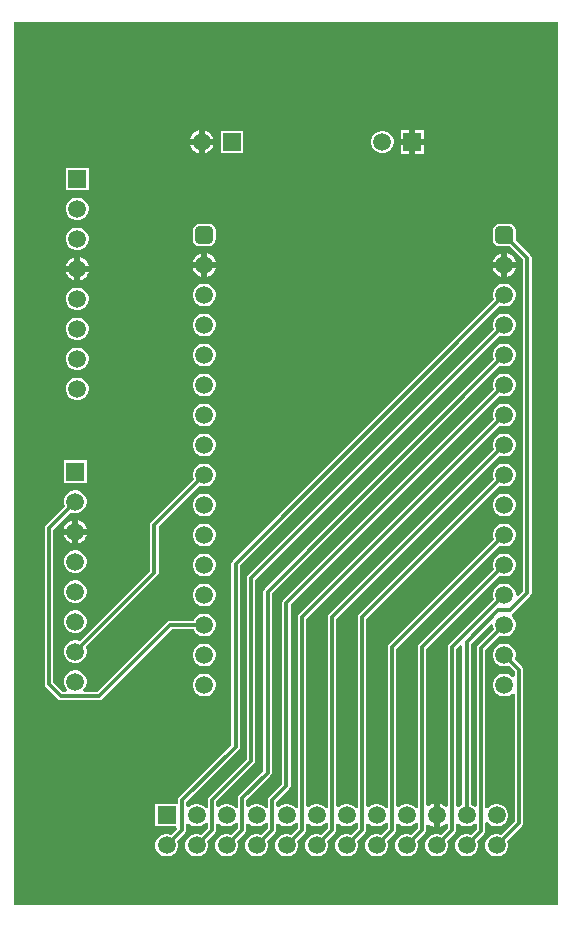
<source format=gbl>
G04*
G04 #@! TF.GenerationSoftware,Altium Limited,Altium Designer,24.5.2 (23)*
G04*
G04 Layer_Physical_Order=2*
G04 Layer_Color=16711680*
%FSLAX25Y25*%
%MOIN*%
G70*
G04*
G04 #@! TF.SameCoordinates,283EEC4D-0936-4861-99EB-E05453D0A95E*
G04*
G04*
G04 #@! TF.FilePolarity,Positive*
G04*
G01*
G75*
%ADD19C,0.01181*%
%ADD20C,0.05906*%
%ADD21R,0.05906X0.05906*%
%ADD22R,0.05906X0.05906*%
%ADD23C,0.05984*%
G04:AMPARAMS|DCode=24|XSize=59.84mil|YSize=59.84mil|CornerRadius=14.96mil|HoleSize=0mil|Usage=FLASHONLY|Rotation=270.000|XOffset=0mil|YOffset=0mil|HoleType=Round|Shape=RoundedRectangle|*
%AMROUNDEDRECTD24*
21,1,0.05984,0.02992,0,0,270.0*
21,1,0.02992,0.05984,0,0,270.0*
1,1,0.02992,-0.01496,-0.01496*
1,1,0.02992,-0.01496,0.01496*
1,1,0.02992,0.01496,0.01496*
1,1,0.02992,0.01496,-0.01496*
%
%ADD24ROUNDEDRECTD24*%
%ADD25C,0.21800*%
G36*
X182268Y803D02*
X803D01*
Y295260D01*
X182268D01*
Y803D01*
D02*
G37*
%LPC*%
G36*
X64504Y258942D02*
Y256118D01*
X67328D01*
X67187Y256644D01*
X66667Y257545D01*
X65931Y258281D01*
X65030Y258802D01*
X64504Y258942D01*
D02*
G37*
G36*
X137693Y259071D02*
X134740D01*
Y256118D01*
X137693D01*
Y259071D01*
D02*
G37*
G36*
X62504Y258942D02*
X61978Y258802D01*
X61077Y258281D01*
X60341Y257545D01*
X59820Y256644D01*
X59680Y256118D01*
X62504D01*
Y258942D01*
D02*
G37*
G36*
X132740Y259071D02*
X129787D01*
Y256118D01*
X132740D01*
Y259071D01*
D02*
G37*
G36*
X124233Y258858D02*
X123248D01*
X122297Y258603D01*
X121444Y258111D01*
X120747Y257415D01*
X120255Y256562D01*
X120000Y255610D01*
Y254626D01*
X120255Y253675D01*
X120747Y252822D01*
X121444Y252125D01*
X122297Y251633D01*
X123248Y251378D01*
X124233D01*
X125184Y251633D01*
X126037Y252125D01*
X126733Y252822D01*
X127225Y253675D01*
X127480Y254626D01*
Y255610D01*
X127225Y256562D01*
X126733Y257415D01*
X126037Y258111D01*
X125184Y258603D01*
X124233Y258858D01*
D02*
G37*
G36*
X77244D02*
X69764D01*
Y251378D01*
X77244D01*
Y258858D01*
D02*
G37*
G36*
X67328Y254118D02*
X64504D01*
Y251294D01*
X65030Y251435D01*
X65931Y251955D01*
X66667Y252691D01*
X67187Y253592D01*
X67328Y254118D01*
D02*
G37*
G36*
X62504D02*
X59680D01*
X59820Y253592D01*
X60341Y252691D01*
X61077Y251955D01*
X61978Y251435D01*
X62504Y251294D01*
Y254118D01*
D02*
G37*
G36*
X137693D02*
X134740D01*
Y251165D01*
X137693D01*
Y254118D01*
D02*
G37*
G36*
X132740D02*
X129787D01*
Y251165D01*
X132740D01*
Y254118D01*
D02*
G37*
G36*
X25787Y246575D02*
X18307D01*
Y239094D01*
X25787D01*
Y246575D01*
D02*
G37*
G36*
X22540Y236575D02*
X21555D01*
X20604Y236320D01*
X19751Y235827D01*
X19054Y235131D01*
X18562Y234278D01*
X18307Y233327D01*
Y232342D01*
X18562Y231391D01*
X19054Y230538D01*
X19751Y229842D01*
X20604Y229349D01*
X21555Y229095D01*
X22540D01*
X23491Y229349D01*
X24344Y229842D01*
X25040Y230538D01*
X25532Y231391D01*
X25787Y232342D01*
Y233327D01*
X25532Y234278D01*
X25040Y235131D01*
X24344Y235827D01*
X23491Y236320D01*
X22540Y236575D01*
D02*
G37*
G36*
X65861Y227939D02*
X62869D01*
X61978Y227762D01*
X61222Y227257D01*
X60718Y226502D01*
X60540Y225611D01*
Y222619D01*
X60718Y221728D01*
X61222Y220972D01*
X61978Y220468D01*
X62869Y220291D01*
X65861D01*
X66752Y220468D01*
X67507Y220972D01*
X68012Y221728D01*
X68189Y222619D01*
Y225611D01*
X68012Y226502D01*
X67507Y227257D01*
X66752Y227762D01*
X65861Y227939D01*
D02*
G37*
G36*
X22540Y226575D02*
X21555D01*
X20604Y226320D01*
X19751Y225828D01*
X19054Y225131D01*
X18562Y224278D01*
X18307Y223327D01*
Y222342D01*
X18562Y221391D01*
X19054Y220538D01*
X19751Y219842D01*
X20604Y219349D01*
X21555Y219094D01*
X22540D01*
X23491Y219349D01*
X24344Y219842D01*
X25040Y220538D01*
X25532Y221391D01*
X25787Y222342D01*
Y223327D01*
X25532Y224278D01*
X25040Y225131D01*
X24344Y225828D01*
X23491Y226320D01*
X22540Y226575D01*
D02*
G37*
G36*
X165365Y217980D02*
Y215115D01*
X168230D01*
X168085Y215656D01*
X167559Y216566D01*
X166816Y217309D01*
X165906Y217835D01*
X165365Y217980D01*
D02*
G37*
G36*
X65365D02*
Y215115D01*
X68230D01*
X68085Y215656D01*
X67559Y216566D01*
X66816Y217309D01*
X65906Y217835D01*
X65365Y217980D01*
D02*
G37*
G36*
X163365D02*
X162824Y217835D01*
X161914Y217309D01*
X161170Y216566D01*
X160645Y215656D01*
X160500Y215115D01*
X163365D01*
Y217980D01*
D02*
G37*
G36*
X63365D02*
X62824Y217835D01*
X61914Y217309D01*
X61170Y216566D01*
X60645Y215656D01*
X60500Y215115D01*
X63365D01*
Y217980D01*
D02*
G37*
G36*
X23047Y216659D02*
Y213835D01*
X25872D01*
X25731Y214360D01*
X25210Y215262D01*
X24474Y215998D01*
X23573Y216518D01*
X23047Y216659D01*
D02*
G37*
G36*
X21047D02*
X20522Y216518D01*
X19620Y215998D01*
X18884Y215262D01*
X18364Y214360D01*
X18223Y213835D01*
X21047D01*
Y216659D01*
D02*
G37*
G36*
X168230Y213115D02*
X165365D01*
Y210250D01*
X165906Y210395D01*
X166816Y210920D01*
X167559Y211664D01*
X168085Y212574D01*
X168230Y213115D01*
D02*
G37*
G36*
X68230D02*
X65365D01*
Y210250D01*
X65906Y210395D01*
X66816Y210920D01*
X67559Y211664D01*
X68085Y212574D01*
X68230Y213115D01*
D02*
G37*
G36*
X163365D02*
X160500D01*
X160645Y212574D01*
X161170Y211664D01*
X161914Y210920D01*
X162824Y210395D01*
X163365Y210250D01*
Y213115D01*
D02*
G37*
G36*
X63365D02*
X60500D01*
X60645Y212574D01*
X61170Y211664D01*
X61914Y210920D01*
X62824Y210395D01*
X63365Y210250D01*
Y213115D01*
D02*
G37*
G36*
X25872Y211835D02*
X23047D01*
Y209010D01*
X23573Y209151D01*
X24474Y209672D01*
X25210Y210408D01*
X25731Y211309D01*
X25872Y211835D01*
D02*
G37*
G36*
X21047D02*
X18223D01*
X18364Y211309D01*
X18884Y210408D01*
X19620Y209672D01*
X20522Y209151D01*
X21047Y209010D01*
Y211835D01*
D02*
G37*
G36*
X164862Y207894D02*
X163867D01*
X162906Y207637D01*
X162044Y207139D01*
X161340Y206435D01*
X160843Y205574D01*
X160585Y204612D01*
Y203617D01*
X160843Y202656D01*
X160871Y202608D01*
X73810Y115547D01*
X73505Y115091D01*
X73398Y114553D01*
Y54125D01*
X55975Y36702D01*
X55670Y36246D01*
X55563Y35709D01*
Y35231D01*
X55551Y34449D01*
X54776Y34449D01*
X48071D01*
Y26969D01*
X54970D01*
X55297Y26181D01*
X53289Y24174D01*
X53255Y24194D01*
X52303Y24449D01*
X51319D01*
X50367Y24194D01*
X49514Y23701D01*
X48818Y23005D01*
X48326Y22152D01*
X48071Y21201D01*
Y20216D01*
X48326Y19265D01*
X48818Y18412D01*
X49514Y17716D01*
X50367Y17223D01*
X51319Y16969D01*
X52303D01*
X53255Y17223D01*
X54107Y17716D01*
X54804Y18412D01*
X55296Y19265D01*
X55551Y20216D01*
Y21201D01*
X55296Y22152D01*
X55276Y22187D01*
X57962Y24873D01*
X58267Y25328D01*
X58373Y25866D01*
Y27743D01*
X59161Y28069D01*
X59514Y27716D01*
X60367Y27223D01*
X61319Y26969D01*
X62303D01*
X63255Y27223D01*
X64108Y27716D01*
X64776Y28384D01*
X64904Y28378D01*
X65563Y28153D01*
Y26448D01*
X63289Y24174D01*
X63255Y24194D01*
X62303Y24449D01*
X61319D01*
X60367Y24194D01*
X59514Y23701D01*
X58818Y23005D01*
X58326Y22152D01*
X58071Y21201D01*
Y20216D01*
X58326Y19265D01*
X58818Y18412D01*
X59514Y17716D01*
X60367Y17223D01*
X61319Y16969D01*
X62303D01*
X63255Y17223D01*
X64108Y17716D01*
X64804Y18412D01*
X65296Y19265D01*
X65551Y20216D01*
Y21201D01*
X65296Y22152D01*
X65276Y22187D01*
X67962Y24873D01*
X68266Y25328D01*
X68374Y25866D01*
Y27743D01*
X69161Y28069D01*
X69515Y27716D01*
X70367Y27223D01*
X71319Y26969D01*
X72303D01*
X73255Y27223D01*
X74107Y27716D01*
X74776Y28384D01*
X74904Y28378D01*
X75564Y28153D01*
Y26448D01*
X73289Y24174D01*
X73255Y24194D01*
X72303Y24449D01*
X71319D01*
X70367Y24194D01*
X69515Y23701D01*
X68818Y23005D01*
X68326Y22152D01*
X68071Y21201D01*
Y20216D01*
X68326Y19265D01*
X68818Y18412D01*
X69515Y17716D01*
X70367Y17223D01*
X71319Y16969D01*
X72303D01*
X73255Y17223D01*
X74107Y17716D01*
X74804Y18412D01*
X75296Y19265D01*
X75551Y20216D01*
Y21201D01*
X75296Y22152D01*
X75276Y22187D01*
X77962Y24873D01*
X78267Y25328D01*
X78373Y25866D01*
Y27743D01*
X79161Y28069D01*
X79514Y27716D01*
X80367Y27223D01*
X81319Y26969D01*
X82303D01*
X83255Y27223D01*
X84108Y27716D01*
X84776Y28384D01*
X84904Y28378D01*
X85563Y28153D01*
Y26448D01*
X83289Y24174D01*
X83255Y24194D01*
X82303Y24449D01*
X81319D01*
X80367Y24194D01*
X79514Y23701D01*
X78818Y23005D01*
X78326Y22152D01*
X78071Y21201D01*
Y20216D01*
X78326Y19265D01*
X78818Y18412D01*
X79514Y17716D01*
X80367Y17223D01*
X81319Y16969D01*
X82303D01*
X83255Y17223D01*
X84108Y17716D01*
X84804Y18412D01*
X85296Y19265D01*
X85551Y20216D01*
Y21201D01*
X85296Y22152D01*
X85276Y22187D01*
X87962Y24873D01*
X88266Y25328D01*
X88374Y25866D01*
Y27743D01*
X89161Y28069D01*
X89514Y27716D01*
X90367Y27223D01*
X91319Y26969D01*
X92303D01*
X93255Y27223D01*
X94108Y27716D01*
X94776Y28384D01*
X94904Y28378D01*
X95564Y28153D01*
Y26448D01*
X93289Y24174D01*
X93255Y24194D01*
X92303Y24449D01*
X91319D01*
X90367Y24194D01*
X89514Y23701D01*
X88818Y23005D01*
X88326Y22152D01*
X88071Y21201D01*
Y20216D01*
X88326Y19265D01*
X88818Y18412D01*
X89514Y17716D01*
X90367Y17223D01*
X91319Y16969D01*
X92303D01*
X93255Y17223D01*
X94108Y17716D01*
X94804Y18412D01*
X95296Y19265D01*
X95551Y20216D01*
Y21201D01*
X95296Y22152D01*
X95276Y22187D01*
X97962Y24873D01*
X98267Y25328D01*
X98374Y25866D01*
Y27743D01*
X99161Y28069D01*
X99515Y27716D01*
X100367Y27223D01*
X101319Y26969D01*
X102303D01*
X103255Y27223D01*
X104107Y27716D01*
X104776Y28384D01*
X104904Y28378D01*
X105564Y28153D01*
Y26448D01*
X103289Y24174D01*
X103255Y24194D01*
X102303Y24449D01*
X101319D01*
X100367Y24194D01*
X99515Y23701D01*
X98818Y23005D01*
X98326Y22152D01*
X98071Y21201D01*
Y20216D01*
X98326Y19265D01*
X98818Y18412D01*
X99515Y17716D01*
X100367Y17223D01*
X101319Y16969D01*
X102303D01*
X103255Y17223D01*
X104107Y17716D01*
X104804Y18412D01*
X105296Y19265D01*
X105551Y20216D01*
Y21201D01*
X105296Y22152D01*
X105276Y22187D01*
X107962Y24873D01*
X108266Y25328D01*
X108373Y25866D01*
Y27743D01*
X109161Y28069D01*
X109514Y27716D01*
X110367Y27223D01*
X111319Y26969D01*
X112303D01*
X113255Y27223D01*
X114108Y27716D01*
X114776Y28384D01*
X114904Y28378D01*
X115564Y28153D01*
Y26448D01*
X113289Y24174D01*
X113255Y24194D01*
X112303Y24449D01*
X111319D01*
X110367Y24194D01*
X109514Y23701D01*
X108818Y23005D01*
X108326Y22152D01*
X108071Y21201D01*
Y20216D01*
X108326Y19265D01*
X108818Y18412D01*
X109514Y17716D01*
X110367Y17223D01*
X111319Y16969D01*
X112303D01*
X113255Y17223D01*
X114108Y17716D01*
X114804Y18412D01*
X115296Y19265D01*
X115551Y20216D01*
Y21201D01*
X115296Y22152D01*
X115276Y22187D01*
X117962Y24873D01*
X118266Y25328D01*
X118374Y25866D01*
Y27743D01*
X119161Y28069D01*
X119515Y27716D01*
X120367Y27223D01*
X121319Y26969D01*
X122303D01*
X123255Y27223D01*
X124108Y27716D01*
X124776Y28384D01*
X124904Y28378D01*
X125564Y28153D01*
Y26448D01*
X123289Y24174D01*
X123255Y24194D01*
X122303Y24449D01*
X121319D01*
X120367Y24194D01*
X119515Y23701D01*
X118818Y23005D01*
X118326Y22152D01*
X118071Y21201D01*
Y20216D01*
X118326Y19265D01*
X118818Y18412D01*
X119515Y17716D01*
X120367Y17223D01*
X121319Y16969D01*
X122303D01*
X123255Y17223D01*
X124108Y17716D01*
X124804Y18412D01*
X125296Y19265D01*
X125551Y20216D01*
Y21201D01*
X125296Y22152D01*
X125276Y22187D01*
X127962Y24873D01*
X128267Y25328D01*
X128374Y25866D01*
Y27743D01*
X129161Y28069D01*
X129515Y27716D01*
X130367Y27223D01*
X131319Y26969D01*
X132303D01*
X133255Y27223D01*
X134107Y27716D01*
X134776Y28384D01*
X134904Y28378D01*
X135564Y28153D01*
Y26448D01*
X133289Y24174D01*
X133255Y24194D01*
X132303Y24449D01*
X131319D01*
X130367Y24194D01*
X129515Y23701D01*
X128818Y23005D01*
X128326Y22152D01*
X128071Y21201D01*
Y20216D01*
X128326Y19265D01*
X128818Y18412D01*
X129515Y17716D01*
X130367Y17223D01*
X131319Y16969D01*
X132303D01*
X133255Y17223D01*
X134107Y17716D01*
X134804Y18412D01*
X135296Y19265D01*
X135551Y20216D01*
Y21201D01*
X135296Y22152D01*
X135276Y22187D01*
X137962Y24873D01*
X138267Y25328D01*
X138373Y25866D01*
Y27443D01*
X139161Y27769D01*
X139384Y27546D01*
X140285Y27025D01*
X140811Y26884D01*
Y30709D01*
Y34533D01*
X140285Y34392D01*
X139384Y33872D01*
X139161Y33648D01*
X138373Y33975D01*
Y86137D01*
X162857Y110621D01*
X162906Y110593D01*
X163867Y110335D01*
X164862D01*
X165823Y110593D01*
X166685Y111091D01*
X167389Y111794D01*
X167887Y112656D01*
X168144Y113617D01*
Y114612D01*
X167887Y115574D01*
X167389Y116436D01*
X166685Y117139D01*
X165823Y117637D01*
X164862Y117894D01*
X163867D01*
X162906Y117637D01*
X162044Y117139D01*
X161340Y116436D01*
X160843Y115574D01*
X160585Y114612D01*
Y113617D01*
X160843Y112656D01*
X160871Y112608D01*
X135975Y87712D01*
X135670Y87256D01*
X135564Y86719D01*
Y33264D01*
X134904Y33039D01*
X134776Y33033D01*
X134107Y33702D01*
X133255Y34194D01*
X132303Y34449D01*
X131319D01*
X130367Y34194D01*
X129515Y33702D01*
X129161Y33348D01*
X128374Y33674D01*
Y86137D01*
X162857Y120621D01*
X162906Y120593D01*
X163867Y120335D01*
X164862D01*
X165823Y120593D01*
X166685Y121090D01*
X167389Y121794D01*
X167887Y122656D01*
X168144Y123617D01*
Y124612D01*
X167887Y125574D01*
X167389Y126435D01*
X166685Y127139D01*
X165823Y127637D01*
X164862Y127894D01*
X163867D01*
X162906Y127637D01*
X162044Y127139D01*
X161340Y126435D01*
X160843Y125574D01*
X160585Y124612D01*
Y123617D01*
X160843Y122656D01*
X160871Y122608D01*
X125975Y87712D01*
X125671Y87256D01*
X125564Y86719D01*
Y33264D01*
X124904Y33039D01*
X124776Y33033D01*
X124108Y33702D01*
X123255Y34194D01*
X122303Y34449D01*
X121319D01*
X120367Y34194D01*
X119515Y33702D01*
X119161Y33348D01*
X118374Y33674D01*
Y96137D01*
X162857Y140621D01*
X162906Y140593D01*
X163867Y140335D01*
X164862D01*
X165823Y140593D01*
X166685Y141091D01*
X167389Y141794D01*
X167887Y142656D01*
X168144Y143617D01*
Y144612D01*
X167887Y145574D01*
X167389Y146435D01*
X166685Y147139D01*
X165823Y147637D01*
X164862Y147894D01*
X163867D01*
X162906Y147637D01*
X162044Y147139D01*
X161340Y146435D01*
X160843Y145574D01*
X160585Y144612D01*
Y143617D01*
X160843Y142656D01*
X160871Y142608D01*
X115975Y97712D01*
X115671Y97256D01*
X115564Y96719D01*
Y33264D01*
X114904Y33039D01*
X114776Y33033D01*
X114108Y33702D01*
X113255Y34194D01*
X112303Y34449D01*
X111319D01*
X110367Y34194D01*
X109514Y33702D01*
X109161Y33348D01*
X108373Y33674D01*
Y96137D01*
X162857Y150621D01*
X162906Y150593D01*
X163867Y150335D01*
X164862D01*
X165823Y150593D01*
X166685Y151091D01*
X167389Y151794D01*
X167887Y152656D01*
X168144Y153617D01*
Y154612D01*
X167887Y155574D01*
X167389Y156436D01*
X166685Y157139D01*
X165823Y157637D01*
X164862Y157894D01*
X163867D01*
X162906Y157637D01*
X162044Y157139D01*
X161340Y156436D01*
X160843Y155574D01*
X160585Y154612D01*
Y153617D01*
X160843Y152656D01*
X160871Y152608D01*
X105975Y97712D01*
X105670Y97256D01*
X105564Y96719D01*
Y33264D01*
X104904Y33039D01*
X104776Y33033D01*
X104107Y33702D01*
X103255Y34194D01*
X102303Y34449D01*
X101319D01*
X100367Y34194D01*
X99515Y33702D01*
X99161Y33348D01*
X98374Y33674D01*
Y96137D01*
X162857Y160621D01*
X162906Y160593D01*
X163867Y160335D01*
X164862D01*
X165823Y160593D01*
X166685Y161091D01*
X167389Y161794D01*
X167887Y162656D01*
X168144Y163617D01*
Y164612D01*
X167887Y165574D01*
X167389Y166436D01*
X166685Y167139D01*
X165823Y167637D01*
X164862Y167894D01*
X163867D01*
X162906Y167637D01*
X162044Y167139D01*
X161340Y166436D01*
X160843Y165574D01*
X160585Y164612D01*
Y163617D01*
X160843Y162656D01*
X160871Y162608D01*
X95975Y97712D01*
X95670Y97256D01*
X95564Y96719D01*
Y33264D01*
X94904Y33039D01*
X94776Y33033D01*
X94108Y33702D01*
X93255Y34194D01*
X92303Y34449D01*
X91319D01*
X90367Y34194D01*
X89514Y33702D01*
X89161Y33348D01*
X88374Y33674D01*
Y35206D01*
X92726Y39558D01*
X93030Y40014D01*
X93137Y40551D01*
Y100900D01*
X162857Y170621D01*
X162906Y170593D01*
X163867Y170335D01*
X164862D01*
X165823Y170593D01*
X166685Y171090D01*
X167389Y171794D01*
X167887Y172656D01*
X168144Y173617D01*
Y174612D01*
X167887Y175574D01*
X167389Y176435D01*
X166685Y177139D01*
X165823Y177637D01*
X164862Y177894D01*
X163867D01*
X162906Y177637D01*
X162044Y177139D01*
X161340Y176435D01*
X160843Y175574D01*
X160585Y174612D01*
Y173617D01*
X160843Y172656D01*
X160871Y172608D01*
X90739Y102476D01*
X90434Y102020D01*
X90327Y101482D01*
Y41133D01*
X85975Y36781D01*
X85671Y36325D01*
X85563Y35787D01*
Y33264D01*
X84904Y33039D01*
X84776Y33033D01*
X84108Y33702D01*
X83255Y34194D01*
X82303Y34449D01*
X81319D01*
X80367Y34194D01*
X79514Y33702D01*
X79161Y33348D01*
X78373Y33674D01*
Y35835D01*
X86427Y43888D01*
X86731Y44344D01*
X86838Y44882D01*
Y104601D01*
X162857Y180621D01*
X162906Y180593D01*
X163867Y180335D01*
X164862D01*
X165823Y180593D01*
X166685Y181090D01*
X167389Y181794D01*
X167887Y182656D01*
X168144Y183617D01*
Y184612D01*
X167887Y185574D01*
X167389Y186435D01*
X166685Y187139D01*
X165823Y187637D01*
X164862Y187894D01*
X163867D01*
X162906Y187637D01*
X162044Y187139D01*
X161340Y186435D01*
X160843Y185574D01*
X160585Y184612D01*
Y183617D01*
X160843Y182656D01*
X160871Y182608D01*
X84440Y106177D01*
X84135Y105721D01*
X84028Y105183D01*
Y45464D01*
X75975Y37411D01*
X75670Y36955D01*
X75564Y36417D01*
Y33264D01*
X74904Y33039D01*
X74776Y33033D01*
X74107Y33702D01*
X73255Y34194D01*
X72303Y34449D01*
X71319D01*
X70367Y34194D01*
X69515Y33702D01*
X69161Y33348D01*
X68374Y33674D01*
Y35284D01*
X80915Y47826D01*
X81219Y48281D01*
X81326Y48819D01*
Y109090D01*
X162857Y190621D01*
X162906Y190593D01*
X163867Y190335D01*
X164862D01*
X165823Y190593D01*
X166685Y191091D01*
X167389Y191794D01*
X167887Y192656D01*
X168144Y193617D01*
Y194612D01*
X167887Y195574D01*
X167389Y196435D01*
X166685Y197139D01*
X165823Y197637D01*
X164862Y197894D01*
X163867D01*
X162906Y197637D01*
X162044Y197139D01*
X161340Y196435D01*
X160843Y195574D01*
X160585Y194612D01*
Y193617D01*
X160843Y192656D01*
X160871Y192608D01*
X78928Y110665D01*
X78623Y110209D01*
X78516Y109671D01*
Y49401D01*
X65975Y36860D01*
X65671Y36404D01*
X65563Y35866D01*
Y33264D01*
X64904Y33039D01*
X64776Y33033D01*
X64108Y33702D01*
X63255Y34194D01*
X62303Y34449D01*
X61319D01*
X60367Y34194D01*
X59514Y33702D01*
X59161Y33348D01*
X58373Y33674D01*
Y35127D01*
X75797Y52550D01*
X76101Y53006D01*
X76208Y53543D01*
Y113971D01*
X162857Y200621D01*
X162906Y200593D01*
X163867Y200335D01*
X164862D01*
X165823Y200593D01*
X166685Y201091D01*
X167389Y201794D01*
X167887Y202656D01*
X168144Y203617D01*
Y204612D01*
X167887Y205574D01*
X167389Y206435D01*
X166685Y207139D01*
X165823Y207637D01*
X164862Y207894D01*
D02*
G37*
G36*
X64862D02*
X63867D01*
X62906Y207637D01*
X62044Y207139D01*
X61340Y206435D01*
X60843Y205574D01*
X60585Y204612D01*
Y203617D01*
X60843Y202656D01*
X61340Y201794D01*
X62044Y201091D01*
X62906Y200593D01*
X63867Y200335D01*
X64862D01*
X65824Y200593D01*
X66685Y201091D01*
X67389Y201794D01*
X67887Y202656D01*
X68144Y203617D01*
Y204612D01*
X67887Y205574D01*
X67389Y206435D01*
X66685Y207139D01*
X65824Y207637D01*
X64862Y207894D01*
D02*
G37*
G36*
X22540Y206575D02*
X21555D01*
X20604Y206320D01*
X19751Y205827D01*
X19054Y205131D01*
X18562Y204278D01*
X18307Y203327D01*
Y202342D01*
X18562Y201391D01*
X19054Y200538D01*
X19751Y199842D01*
X20604Y199349D01*
X21555Y199094D01*
X22540D01*
X23491Y199349D01*
X24344Y199842D01*
X25040Y200538D01*
X25532Y201391D01*
X25787Y202342D01*
Y203327D01*
X25532Y204278D01*
X25040Y205131D01*
X24344Y205827D01*
X23491Y206320D01*
X22540Y206575D01*
D02*
G37*
G36*
X64862Y197894D02*
X63867D01*
X62906Y197637D01*
X62044Y197139D01*
X61340Y196435D01*
X60843Y195574D01*
X60585Y194612D01*
Y193617D01*
X60843Y192656D01*
X61340Y191794D01*
X62044Y191091D01*
X62906Y190593D01*
X63867Y190335D01*
X64862D01*
X65824Y190593D01*
X66685Y191091D01*
X67389Y191794D01*
X67887Y192656D01*
X68144Y193617D01*
Y194612D01*
X67887Y195574D01*
X67389Y196435D01*
X66685Y197139D01*
X65824Y197637D01*
X64862Y197894D01*
D02*
G37*
G36*
X22540Y196575D02*
X21555D01*
X20604Y196320D01*
X19751Y195827D01*
X19054Y195131D01*
X18562Y194278D01*
X18307Y193327D01*
Y192342D01*
X18562Y191391D01*
X19054Y190538D01*
X19751Y189842D01*
X20604Y189349D01*
X21555Y189094D01*
X22540D01*
X23491Y189349D01*
X24344Y189842D01*
X25040Y190538D01*
X25532Y191391D01*
X25787Y192342D01*
Y193327D01*
X25532Y194278D01*
X25040Y195131D01*
X24344Y195827D01*
X23491Y196320D01*
X22540Y196575D01*
D02*
G37*
G36*
X64862Y187894D02*
X63867D01*
X62906Y187637D01*
X62044Y187139D01*
X61340Y186435D01*
X60843Y185574D01*
X60585Y184612D01*
Y183617D01*
X60843Y182656D01*
X61340Y181794D01*
X62044Y181090D01*
X62906Y180593D01*
X63867Y180335D01*
X64862D01*
X65824Y180593D01*
X66685Y181090D01*
X67389Y181794D01*
X67887Y182656D01*
X68144Y183617D01*
Y184612D01*
X67887Y185574D01*
X67389Y186435D01*
X66685Y187139D01*
X65824Y187637D01*
X64862Y187894D01*
D02*
G37*
G36*
X22540Y186575D02*
X21555D01*
X20604Y186320D01*
X19751Y185828D01*
X19054Y185131D01*
X18562Y184278D01*
X18307Y183327D01*
Y182342D01*
X18562Y181391D01*
X19054Y180538D01*
X19751Y179842D01*
X20604Y179349D01*
X21555Y179095D01*
X22540D01*
X23491Y179349D01*
X24344Y179842D01*
X25040Y180538D01*
X25532Y181391D01*
X25787Y182342D01*
Y183327D01*
X25532Y184278D01*
X25040Y185131D01*
X24344Y185828D01*
X23491Y186320D01*
X22540Y186575D01*
D02*
G37*
G36*
X64862Y177894D02*
X63867D01*
X62906Y177637D01*
X62044Y177139D01*
X61340Y176435D01*
X60843Y175574D01*
X60585Y174612D01*
Y173617D01*
X60843Y172656D01*
X61340Y171794D01*
X62044Y171090D01*
X62906Y170593D01*
X63867Y170335D01*
X64862D01*
X65824Y170593D01*
X66685Y171090D01*
X67389Y171794D01*
X67887Y172656D01*
X68144Y173617D01*
Y174612D01*
X67887Y175574D01*
X67389Y176435D01*
X66685Y177139D01*
X65824Y177637D01*
X64862Y177894D01*
D02*
G37*
G36*
X22540Y176575D02*
X21555D01*
X20604Y176320D01*
X19751Y175828D01*
X19054Y175131D01*
X18562Y174278D01*
X18307Y173327D01*
Y172342D01*
X18562Y171391D01*
X19054Y170538D01*
X19751Y169842D01*
X20604Y169349D01*
X21555Y169095D01*
X22540D01*
X23491Y169349D01*
X24344Y169842D01*
X25040Y170538D01*
X25532Y171391D01*
X25787Y172342D01*
Y173327D01*
X25532Y174278D01*
X25040Y175131D01*
X24344Y175828D01*
X23491Y176320D01*
X22540Y176575D01*
D02*
G37*
G36*
X64862Y167894D02*
X63867D01*
X62906Y167637D01*
X62044Y167139D01*
X61340Y166436D01*
X60843Y165574D01*
X60585Y164612D01*
Y163617D01*
X60843Y162656D01*
X61340Y161794D01*
X62044Y161091D01*
X62906Y160593D01*
X63867Y160335D01*
X64862D01*
X65824Y160593D01*
X66685Y161091D01*
X67389Y161794D01*
X67887Y162656D01*
X68144Y163617D01*
Y164612D01*
X67887Y165574D01*
X67389Y166436D01*
X66685Y167139D01*
X65824Y167637D01*
X64862Y167894D01*
D02*
G37*
G36*
Y157894D02*
X63867D01*
X62906Y157637D01*
X62044Y157139D01*
X61340Y156436D01*
X60843Y155574D01*
X60585Y154612D01*
Y153617D01*
X60843Y152656D01*
X61340Y151794D01*
X62044Y151091D01*
X62906Y150593D01*
X63867Y150335D01*
X64862D01*
X65824Y150593D01*
X66685Y151091D01*
X67389Y151794D01*
X67887Y152656D01*
X68144Y153617D01*
Y154612D01*
X67887Y155574D01*
X67389Y156436D01*
X66685Y157139D01*
X65824Y157637D01*
X64862Y157894D01*
D02*
G37*
G36*
X25105Y148985D02*
X17625D01*
Y141505D01*
X25105D01*
Y148985D01*
D02*
G37*
G36*
X64862Y147894D02*
X63867D01*
X62906Y147637D01*
X62044Y147139D01*
X61340Y146435D01*
X60843Y145574D01*
X60585Y144612D01*
Y143617D01*
X60843Y142656D01*
X60871Y142608D01*
X46730Y128467D01*
X46425Y128011D01*
X46318Y127473D01*
Y112186D01*
X22843Y88710D01*
X22808Y88730D01*
X21857Y88985D01*
X20872D01*
X19921Y88730D01*
X19068Y88238D01*
X18372Y87541D01*
X17879Y86689D01*
X17625Y85737D01*
Y84753D01*
X17879Y83801D01*
X18372Y82948D01*
X19068Y82252D01*
X19921Y81760D01*
X20872Y81505D01*
X21857D01*
X22808Y81760D01*
X23661Y82252D01*
X24358Y82948D01*
X24850Y83801D01*
X25105Y84753D01*
Y85737D01*
X24850Y86689D01*
X24830Y86723D01*
X48717Y110610D01*
X49021Y111066D01*
X49128Y111603D01*
Y126892D01*
X62858Y140621D01*
X62906Y140593D01*
X63867Y140335D01*
X64862D01*
X65824Y140593D01*
X66685Y141091D01*
X67389Y141794D01*
X67887Y142656D01*
X68144Y143617D01*
Y144612D01*
X67887Y145574D01*
X67389Y146435D01*
X66685Y147139D01*
X65824Y147637D01*
X64862Y147894D01*
D02*
G37*
G36*
X21857Y138985D02*
X20872D01*
X19921Y138730D01*
X19068Y138238D01*
X18372Y137541D01*
X17879Y136688D01*
X17625Y135737D01*
Y134753D01*
X17879Y133801D01*
X17899Y133766D01*
X11605Y127472D01*
X11300Y127016D01*
X11193Y126479D01*
Y74410D01*
X11300Y73872D01*
X11605Y73416D01*
X15612Y69409D01*
X16068Y69104D01*
X16605Y68997D01*
X29356D01*
X29893Y69104D01*
X30349Y69409D01*
X53650Y92710D01*
X60828D01*
X60843Y92656D01*
X61340Y91794D01*
X62044Y91091D01*
X62906Y90593D01*
X63867Y90335D01*
X64862D01*
X65824Y90593D01*
X66685Y91091D01*
X67389Y91794D01*
X67887Y92656D01*
X68144Y93617D01*
Y94612D01*
X67887Y95574D01*
X67389Y96435D01*
X66685Y97139D01*
X65824Y97637D01*
X64862Y97894D01*
X63867D01*
X62906Y97637D01*
X62044Y97139D01*
X61340Y96435D01*
X60843Y95574D01*
X60828Y95520D01*
X53068D01*
X52530Y95413D01*
X52075Y95108D01*
X28774Y71807D01*
X24330D01*
X24004Y72595D01*
X24358Y72948D01*
X24850Y73801D01*
X25105Y74752D01*
Y75737D01*
X24850Y76688D01*
X24358Y77541D01*
X23661Y78238D01*
X22808Y78730D01*
X21857Y78985D01*
X20872D01*
X19921Y78730D01*
X19068Y78238D01*
X18372Y77541D01*
X17879Y76688D01*
X17625Y75737D01*
Y74752D01*
X17879Y73801D01*
X18372Y72948D01*
X18725Y72595D01*
X18399Y71807D01*
X17188D01*
X14003Y74991D01*
Y125897D01*
X19886Y131780D01*
X19921Y131760D01*
X20872Y131505D01*
X21857D01*
X22808Y131760D01*
X23661Y132252D01*
X24358Y132948D01*
X24850Y133801D01*
X25105Y134753D01*
Y135737D01*
X24850Y136688D01*
X24358Y137541D01*
X23661Y138238D01*
X22808Y138730D01*
X21857Y138985D01*
D02*
G37*
G36*
X164862Y137894D02*
X163867D01*
X162906Y137637D01*
X162044Y137139D01*
X161340Y136435D01*
X160843Y135574D01*
X160585Y134612D01*
Y133617D01*
X160843Y132656D01*
X161340Y131794D01*
X162044Y131090D01*
X162906Y130593D01*
X163867Y130335D01*
X164862D01*
X165823Y130593D01*
X166685Y131090D01*
X167389Y131794D01*
X167887Y132656D01*
X168144Y133617D01*
Y134612D01*
X167887Y135574D01*
X167389Y136435D01*
X166685Y137139D01*
X165823Y137637D01*
X164862Y137894D01*
D02*
G37*
G36*
X64862D02*
X63867D01*
X62906Y137637D01*
X62044Y137139D01*
X61340Y136435D01*
X60843Y135574D01*
X60585Y134612D01*
Y133617D01*
X60843Y132656D01*
X61340Y131794D01*
X62044Y131090D01*
X62906Y130593D01*
X63867Y130335D01*
X64862D01*
X65824Y130593D01*
X66685Y131090D01*
X67389Y131794D01*
X67887Y132656D01*
X68144Y133617D01*
Y134612D01*
X67887Y135574D01*
X67389Y136435D01*
X66685Y137139D01*
X65824Y137637D01*
X64862Y137894D01*
D02*
G37*
G36*
X22365Y129069D02*
Y126245D01*
X25189D01*
X25048Y126771D01*
X24528Y127672D01*
X23792Y128408D01*
X22890Y128928D01*
X22365Y129069D01*
D02*
G37*
G36*
X20365D02*
X19839Y128928D01*
X18938Y128408D01*
X18202Y127672D01*
X17681Y126771D01*
X17540Y126245D01*
X20365D01*
Y129069D01*
D02*
G37*
G36*
X25189Y124245D02*
X22365D01*
Y121421D01*
X22890Y121562D01*
X23792Y122082D01*
X24528Y122818D01*
X25048Y123719D01*
X25189Y124245D01*
D02*
G37*
G36*
X20365D02*
X17540D01*
X17681Y123719D01*
X18202Y122818D01*
X18938Y122082D01*
X19839Y121562D01*
X20365Y121421D01*
Y124245D01*
D02*
G37*
G36*
X64862Y127894D02*
X63867D01*
X62906Y127637D01*
X62044Y127139D01*
X61340Y126435D01*
X60843Y125574D01*
X60585Y124612D01*
Y123617D01*
X60843Y122656D01*
X61340Y121794D01*
X62044Y121090D01*
X62906Y120593D01*
X63867Y120335D01*
X64862D01*
X65824Y120593D01*
X66685Y121090D01*
X67389Y121794D01*
X67887Y122656D01*
X68144Y123617D01*
Y124612D01*
X67887Y125574D01*
X67389Y126435D01*
X66685Y127139D01*
X65824Y127637D01*
X64862Y127894D01*
D02*
G37*
G36*
X21857Y118985D02*
X20872D01*
X19921Y118730D01*
X19068Y118238D01*
X18372Y117541D01*
X17879Y116689D01*
X17625Y115737D01*
Y114752D01*
X17879Y113801D01*
X18372Y112948D01*
X19068Y112252D01*
X19921Y111760D01*
X20872Y111505D01*
X21857D01*
X22808Y111760D01*
X23661Y112252D01*
X24358Y112948D01*
X24850Y113801D01*
X25105Y114752D01*
Y115737D01*
X24850Y116689D01*
X24358Y117541D01*
X23661Y118238D01*
X22808Y118730D01*
X21857Y118985D01*
D02*
G37*
G36*
X64862Y117894D02*
X63867D01*
X62906Y117637D01*
X62044Y117139D01*
X61340Y116436D01*
X60843Y115574D01*
X60585Y114612D01*
Y113617D01*
X60843Y112656D01*
X61340Y111794D01*
X62044Y111091D01*
X62906Y110593D01*
X63867Y110335D01*
X64862D01*
X65824Y110593D01*
X66685Y111091D01*
X67389Y111794D01*
X67887Y112656D01*
X68144Y113617D01*
Y114612D01*
X67887Y115574D01*
X67389Y116436D01*
X66685Y117139D01*
X65824Y117637D01*
X64862Y117894D01*
D02*
G37*
G36*
X165861Y227939D02*
X162869D01*
X161978Y227762D01*
X161222Y227257D01*
X160718Y226502D01*
X160540Y225611D01*
Y222619D01*
X160718Y221728D01*
X161222Y220972D01*
X161978Y220468D01*
X162869Y220291D01*
X165861D01*
X166145Y220347D01*
X170642Y215850D01*
Y105475D01*
X168932Y103765D01*
X168144Y104091D01*
Y104612D01*
X167887Y105574D01*
X167389Y106436D01*
X166685Y107139D01*
X165823Y107637D01*
X164862Y107894D01*
X163867D01*
X162906Y107637D01*
X162044Y107139D01*
X161340Y106436D01*
X160843Y105574D01*
X160585Y104612D01*
Y103617D01*
X160843Y102656D01*
X160871Y102608D01*
X145975Y87712D01*
X145670Y87256D01*
X145564Y86719D01*
Y33613D01*
X144776Y33334D01*
X144238Y33872D01*
X143337Y34392D01*
X142811Y34533D01*
Y30709D01*
Y26884D01*
X143337Y27025D01*
X144238Y27546D01*
X144776Y28084D01*
X145564Y27804D01*
Y26448D01*
X143289Y24174D01*
X143255Y24194D01*
X142303Y24449D01*
X141319D01*
X140367Y24194D01*
X139515Y23701D01*
X138818Y23005D01*
X138326Y22152D01*
X138071Y21201D01*
Y20216D01*
X138326Y19265D01*
X138818Y18412D01*
X139515Y17716D01*
X140367Y17223D01*
X141319Y16969D01*
X142303D01*
X143255Y17223D01*
X144107Y17716D01*
X144804Y18412D01*
X145296Y19265D01*
X145551Y20216D01*
Y21201D01*
X145296Y22152D01*
X145276Y22187D01*
X147962Y24873D01*
X148266Y25328D01*
X148373Y25866D01*
Y27743D01*
X149161Y28069D01*
X149514Y27716D01*
X150367Y27223D01*
X151319Y26969D01*
X152303D01*
X153255Y27223D01*
X154107Y27716D01*
X154461Y28069D01*
X155249Y27743D01*
Y26133D01*
X153289Y24174D01*
X153255Y24194D01*
X152303Y24449D01*
X151319D01*
X150367Y24194D01*
X149514Y23701D01*
X148818Y23005D01*
X148326Y22152D01*
X148071Y21201D01*
Y20216D01*
X148326Y19265D01*
X148818Y18412D01*
X149514Y17716D01*
X150367Y17223D01*
X151319Y16969D01*
X152303D01*
X153255Y17223D01*
X154107Y17716D01*
X154804Y18412D01*
X155296Y19265D01*
X155551Y20216D01*
Y21201D01*
X155296Y22152D01*
X155276Y22187D01*
X157647Y24558D01*
X157951Y25014D01*
X158059Y25551D01*
Y28153D01*
X158718Y28378D01*
X158846Y28384D01*
X159514Y27716D01*
X160367Y27223D01*
X161319Y26969D01*
X162303D01*
X163255Y27223D01*
X164108Y27716D01*
X164804Y28412D01*
X165296Y29265D01*
X165551Y30216D01*
Y31201D01*
X165296Y32152D01*
X164804Y33005D01*
X164108Y33702D01*
X163255Y34194D01*
X162303Y34449D01*
X161319D01*
X160367Y34194D01*
X159514Y33702D01*
X158846Y33033D01*
X158718Y33039D01*
X158059Y33264D01*
Y85822D01*
X162857Y90621D01*
X162906Y90593D01*
X163867Y90335D01*
X164862D01*
X165823Y90593D01*
X166685Y91091D01*
X167389Y91794D01*
X167887Y92656D01*
X168144Y93617D01*
Y94612D01*
X167887Y95574D01*
X167389Y96435D01*
X166876Y96949D01*
X166844Y97075D01*
X166886Y97669D01*
X166968Y97886D01*
X167144Y98003D01*
X173041Y103900D01*
X173345Y104356D01*
X173452Y104893D01*
Y216432D01*
X173345Y216970D01*
X173041Y217426D01*
X168132Y222334D01*
X168189Y222619D01*
Y225611D01*
X168012Y226502D01*
X167507Y227257D01*
X166752Y227762D01*
X165861Y227939D01*
D02*
G37*
G36*
X21857Y108985D02*
X20872D01*
X19921Y108730D01*
X19068Y108238D01*
X18372Y107541D01*
X17879Y106688D01*
X17625Y105737D01*
Y104753D01*
X17879Y103801D01*
X18372Y102948D01*
X19068Y102252D01*
X19921Y101760D01*
X20872Y101505D01*
X21857D01*
X22808Y101760D01*
X23661Y102252D01*
X24358Y102948D01*
X24850Y103801D01*
X25105Y104753D01*
Y105737D01*
X24850Y106688D01*
X24358Y107541D01*
X23661Y108238D01*
X22808Y108730D01*
X21857Y108985D01*
D02*
G37*
G36*
X64862Y107894D02*
X63867D01*
X62906Y107637D01*
X62044Y107139D01*
X61340Y106436D01*
X60843Y105574D01*
X60585Y104612D01*
Y103617D01*
X60843Y102656D01*
X61340Y101794D01*
X62044Y101091D01*
X62906Y100593D01*
X63867Y100335D01*
X64862D01*
X65824Y100593D01*
X66685Y101091D01*
X67389Y101794D01*
X67887Y102656D01*
X68144Y103617D01*
Y104612D01*
X67887Y105574D01*
X67389Y106436D01*
X66685Y107139D01*
X65824Y107637D01*
X64862Y107894D01*
D02*
G37*
G36*
X21857Y98985D02*
X20872D01*
X19921Y98730D01*
X19068Y98238D01*
X18372Y97541D01*
X17879Y96688D01*
X17625Y95737D01*
Y94753D01*
X17879Y93801D01*
X18372Y92948D01*
X19068Y92252D01*
X19921Y91760D01*
X20872Y91505D01*
X21857D01*
X22808Y91760D01*
X23661Y92252D01*
X24358Y92948D01*
X24850Y93801D01*
X25105Y94753D01*
Y95737D01*
X24850Y96688D01*
X24358Y97541D01*
X23661Y98238D01*
X22808Y98730D01*
X21857Y98985D01*
D02*
G37*
G36*
X64862Y87894D02*
X63867D01*
X62906Y87637D01*
X62044Y87139D01*
X61340Y86436D01*
X60843Y85574D01*
X60585Y84612D01*
Y83617D01*
X60843Y82656D01*
X61340Y81794D01*
X62044Y81090D01*
X62906Y80593D01*
X63867Y80335D01*
X64862D01*
X65824Y80593D01*
X66685Y81090D01*
X67389Y81794D01*
X67887Y82656D01*
X68144Y83617D01*
Y84612D01*
X67887Y85574D01*
X67389Y86436D01*
X66685Y87139D01*
X65824Y87637D01*
X64862Y87894D01*
D02*
G37*
G36*
X164862D02*
X163867D01*
X162906Y87637D01*
X162044Y87139D01*
X161340Y86436D01*
X160843Y85574D01*
X160585Y84612D01*
Y83617D01*
X160843Y82656D01*
X161340Y81794D01*
X162044Y81090D01*
X162906Y80593D01*
X163867Y80335D01*
X164862D01*
X165823Y80593D01*
X165872Y80621D01*
X167842Y78651D01*
Y77096D01*
X167054Y76770D01*
X166685Y77139D01*
X165823Y77637D01*
X164862Y77894D01*
X163867D01*
X162906Y77637D01*
X162044Y77139D01*
X161340Y76436D01*
X160843Y75574D01*
X160585Y74612D01*
Y73617D01*
X160843Y72656D01*
X161340Y71794D01*
X162044Y71091D01*
X162906Y70593D01*
X163867Y70335D01*
X164862D01*
X165823Y70593D01*
X166685Y71091D01*
X167054Y71459D01*
X167842Y71133D01*
Y28726D01*
X163289Y24174D01*
X163255Y24194D01*
X162303Y24449D01*
X161319D01*
X160367Y24194D01*
X159514Y23701D01*
X158818Y23005D01*
X158326Y22152D01*
X158071Y21201D01*
Y20216D01*
X158326Y19265D01*
X158818Y18412D01*
X159514Y17716D01*
X160367Y17223D01*
X161319Y16969D01*
X162303D01*
X163255Y17223D01*
X164108Y17716D01*
X164804Y18412D01*
X165296Y19265D01*
X165551Y20216D01*
Y21201D01*
X165296Y22152D01*
X165276Y22187D01*
X170240Y27151D01*
X170545Y27607D01*
X170651Y28144D01*
Y79233D01*
X170545Y79771D01*
X170240Y80226D01*
X167859Y82608D01*
X167887Y82656D01*
X168144Y83617D01*
Y84612D01*
X167887Y85574D01*
X167389Y86436D01*
X166685Y87139D01*
X165823Y87637D01*
X164862Y87894D01*
D02*
G37*
G36*
X64862Y77894D02*
X63867D01*
X62906Y77637D01*
X62044Y77139D01*
X61340Y76436D01*
X60843Y75574D01*
X60585Y74612D01*
Y73617D01*
X60843Y72656D01*
X61340Y71794D01*
X62044Y71091D01*
X62906Y70593D01*
X63867Y70335D01*
X64862D01*
X65824Y70593D01*
X66685Y71091D01*
X67389Y71794D01*
X67887Y72656D01*
X68144Y73617D01*
Y74612D01*
X67887Y75574D01*
X67389Y76436D01*
X66685Y77139D01*
X65824Y77637D01*
X64862Y77894D01*
D02*
G37*
%LPD*%
G36*
X150406Y87141D02*
Y34204D01*
X150367Y34194D01*
X149514Y33702D01*
X149161Y33348D01*
X148373Y33674D01*
Y86137D01*
X149679Y87442D01*
X150406Y87141D01*
D02*
G37*
G36*
X160585Y94139D02*
Y93617D01*
X160843Y92656D01*
X160871Y92608D01*
X155660Y87397D01*
X155356Y86941D01*
X155249Y86404D01*
Y33674D01*
X154461Y33348D01*
X154107Y33702D01*
X153255Y34194D01*
X153216Y34204D01*
Y87883D01*
X159798Y94465D01*
X160585Y94139D01*
D02*
G37*
D19*
X164365Y224115D02*
X172047Y216432D01*
Y104893D02*
Y216432D01*
X166151Y98997D02*
X172047Y104893D01*
X162343Y98997D02*
X166151D01*
X151811Y88465D02*
X162343Y98997D01*
X151811Y30709D02*
Y88465D01*
X156653Y25551D02*
Y86404D01*
X164365Y94115D01*
Y84115D02*
X169247Y79233D01*
Y28144D02*
Y79233D01*
X161811Y20709D02*
X169247Y28144D01*
X151811Y20709D02*
X156653Y25551D01*
X146968Y86719D02*
X164365Y104115D01*
X146968Y25866D02*
Y86719D01*
X141811Y20709D02*
X146968Y25866D01*
X136969Y86719D02*
X164365Y114115D01*
X136969Y25866D02*
Y86719D01*
X131811Y20709D02*
X136969Y25866D01*
X126969D02*
Y86719D01*
X121811Y20709D02*
X126969Y25866D01*
Y86719D02*
X164365Y124115D01*
X116969Y96719D02*
X164365Y144115D01*
X116969Y25866D02*
Y96719D01*
X111811Y20709D02*
X116969Y25866D01*
X106968D02*
Y96719D01*
X101811Y20709D02*
X106968Y25866D01*
Y96719D02*
X164365Y154115D01*
X96969Y96719D02*
X164365Y164115D01*
X96969Y25866D02*
Y96719D01*
X91811Y20709D02*
X96969Y25866D01*
X91732Y101482D02*
X164365Y174115D01*
X91732Y40551D02*
Y101482D01*
X81811Y20709D02*
X86968Y25866D01*
Y35787D01*
X91732Y40551D01*
X76968Y25866D02*
Y36417D01*
X85433Y44882D01*
X71811Y20709D02*
X76968Y25866D01*
X85433Y105183D02*
X164365Y184115D01*
X85433Y44882D02*
Y105183D01*
X79921Y48819D02*
Y109671D01*
X164365Y194115D01*
X74803Y53543D02*
Y114553D01*
X164365Y204115D01*
X61811Y20709D02*
X66969Y25866D01*
Y35866D01*
X79921Y48819D01*
X56968Y35709D02*
X74803Y53543D01*
X56968Y25866D02*
Y35709D01*
X51811Y20709D02*
X56968Y25866D01*
X12598Y126479D02*
X21365Y135245D01*
X12598Y74410D02*
Y126479D01*
Y74410D02*
X16605Y70402D01*
X53068Y94115D02*
X64365D01*
X29356Y70402D02*
X53068Y94115D01*
X16605Y70402D02*
X29356D01*
X21365Y85245D02*
X47723Y111603D01*
Y127473D01*
X64365Y144115D01*
D20*
X63504Y255118D02*
D03*
X123740D02*
D03*
X51811Y20709D02*
D03*
X61811D02*
D03*
X161811Y30709D02*
D03*
X151811D02*
D03*
X121811D02*
D03*
X141811Y20709D02*
D03*
X111811Y30709D02*
D03*
X131811Y20709D02*
D03*
X101811Y30709D02*
D03*
X121811Y20709D02*
D03*
X91811Y30709D02*
D03*
X111811Y20709D02*
D03*
X81811Y30709D02*
D03*
X101811Y20709D02*
D03*
X71811Y30709D02*
D03*
X91811Y20709D02*
D03*
X61811Y30709D02*
D03*
X81811Y20709D02*
D03*
X71811D02*
D03*
X131811Y30709D02*
D03*
X141811D02*
D03*
X151811Y20709D02*
D03*
X161811D02*
D03*
X22047Y172835D02*
D03*
Y182835D02*
D03*
Y192835D02*
D03*
Y202835D02*
D03*
Y212835D02*
D03*
Y222835D02*
D03*
Y232835D02*
D03*
X21365Y75245D02*
D03*
Y85245D02*
D03*
Y95245D02*
D03*
Y105245D02*
D03*
Y115245D02*
D03*
Y125245D02*
D03*
Y135245D02*
D03*
D21*
X73504Y255118D02*
D03*
X133740D02*
D03*
X22047Y242835D02*
D03*
X21365Y145245D02*
D03*
D22*
X51811Y30709D02*
D03*
D23*
X164365Y114115D02*
D03*
Y134115D02*
D03*
Y164115D02*
D03*
Y204115D02*
D03*
Y214115D02*
D03*
Y194115D02*
D03*
Y184115D02*
D03*
Y174115D02*
D03*
Y154115D02*
D03*
Y144115D02*
D03*
Y124115D02*
D03*
Y104115D02*
D03*
Y94115D02*
D03*
Y84115D02*
D03*
Y74115D02*
D03*
X64365D02*
D03*
Y84115D02*
D03*
Y94115D02*
D03*
Y104115D02*
D03*
Y124115D02*
D03*
Y144115D02*
D03*
Y154115D02*
D03*
Y174115D02*
D03*
Y184115D02*
D03*
Y194115D02*
D03*
Y214115D02*
D03*
Y204115D02*
D03*
Y164115D02*
D03*
Y134115D02*
D03*
Y114115D02*
D03*
D24*
X164365Y224115D02*
D03*
X64365D02*
D03*
D25*
X20866Y275197D02*
D03*
Y20866D02*
D03*
X162205Y275197D02*
D03*
M02*

</source>
